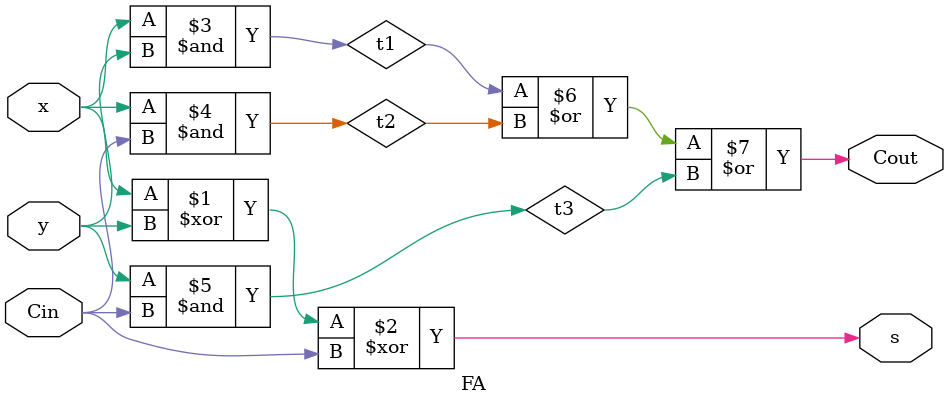
<source format=v>
`timescale 1ns / 1ps
module FA(
    input x,
    input y,
    input Cin,
    output s,
    output Cout
    );


	wire t1,t2,t3;
	
	xor U0(s,x,y,Cin);
	and U1(t1,x,y);
	and U2(t2,x,Cin);
	and U3(t3,y,Cin);
	or U4(Cout,t1,t2,t3);

endmodule

</source>
